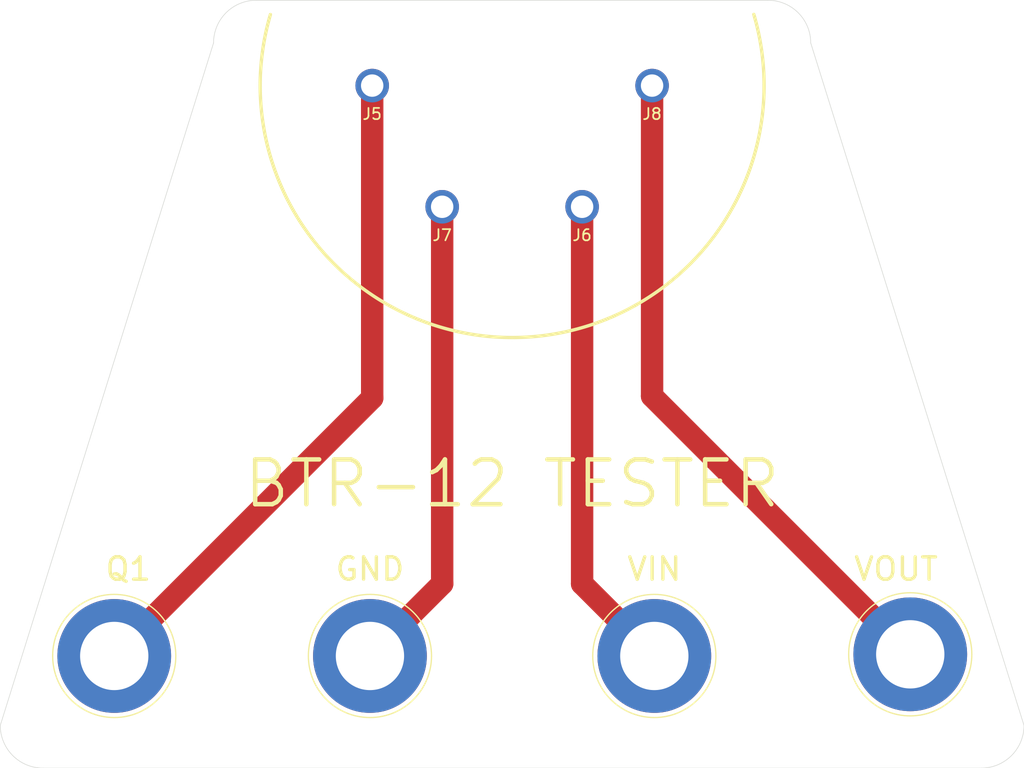
<source format=kicad_pcb>
(kicad_pcb (version 20171130) (host pcbnew "(5.1.12)-1")

  (general
    (thickness 1.6)
    (drawings 10)
    (tracks 8)
    (zones 0)
    (modules 8)
    (nets 5)
  )

  (page A4)
  (layers
    (0 F.Cu signal)
    (31 B.Cu signal)
    (32 B.Adhes user)
    (33 F.Adhes user)
    (34 B.Paste user)
    (35 F.Paste user)
    (36 B.SilkS user)
    (37 F.SilkS user)
    (38 B.Mask user)
    (39 F.Mask user)
    (40 Dwgs.User user)
    (41 Cmts.User user)
    (42 Eco1.User user)
    (43 Eco2.User user)
    (44 Edge.Cuts user)
    (45 Margin user)
    (46 B.CrtYd user)
    (47 F.CrtYd user)
    (48 B.Fab user)
    (49 F.Fab user)
  )

  (setup
    (last_trace_width 0.25)
    (user_trace_width 0.5)
    (user_trace_width 0.8)
    (user_trace_width 1)
    (user_trace_width 2)
    (user_trace_width 3)
    (trace_clearance 0.2)
    (zone_clearance 0.1)
    (zone_45_only no)
    (trace_min 0.2)
    (via_size 0.8)
    (via_drill 0.4)
    (via_min_size 0.4)
    (via_min_drill 0.3)
    (uvia_size 0.3)
    (uvia_drill 0.1)
    (uvias_allowed no)
    (uvia_min_size 0.2)
    (uvia_min_drill 0.1)
    (edge_width 0.05)
    (segment_width 0.2)
    (pcb_text_width 0.3)
    (pcb_text_size 1.5 1.5)
    (mod_edge_width 0.12)
    (mod_text_size 1 1)
    (mod_text_width 0.15)
    (pad_size 3 1.5)
    (pad_drill 0)
    (pad_to_mask_clearance 0.05)
    (aux_axis_origin 0 0)
    (grid_origin 195.56084 95.102312)
    (visible_elements 7FFFFFFF)
    (pcbplotparams
      (layerselection 0x010fc_ffffffff)
      (usegerberextensions false)
      (usegerberattributes true)
      (usegerberadvancedattributes true)
      (creategerberjobfile true)
      (excludeedgelayer true)
      (linewidth 0.100000)
      (plotframeref false)
      (viasonmask false)
      (mode 1)
      (useauxorigin false)
      (hpglpennumber 1)
      (hpglpenspeed 20)
      (hpglpendiameter 15.000000)
      (psnegative false)
      (psa4output false)
      (plotreference true)
      (plotvalue true)
      (plotinvisibletext false)
      (padsonsilk false)
      (subtractmaskfromsilk false)
      (outputformat 1)
      (mirror false)
      (drillshape 0)
      (scaleselection 1)
      (outputdirectory "____PODUKCJA/"))
  )

  (net 0 "")
  (net 1 "Net-(GND1-Pad1)")
  (net 2 "Net-(J5-Pad1)")
  (net 3 "Net-(J6-Pad1)")
  (net 4 "Net-(J8-Pad1)")

  (net_class Default "This is the default net class."
    (clearance 0.2)
    (trace_width 0.25)
    (via_dia 0.8)
    (via_drill 0.4)
    (uvia_dia 0.3)
    (uvia_drill 0.1)
    (add_net "Net-(GND1-Pad1)")
    (add_net "Net-(J5-Pad1)")
    (add_net "Net-(J6-Pad1)")
    (add_net "Net-(J8-Pad1)")
  )

  (net_class 230V ""
    (clearance 0.6)
    (trace_width 0.25)
    (via_dia 0.8)
    (via_drill 0.4)
    (uvia_dia 0.3)
    (uvia_drill 0.1)
  )

  (net_class HV ""
    (clearance 0.2)
    (trace_width 0.25)
    (via_dia 0.8)
    (via_drill 0.4)
    (uvia_dia 0.3)
    (uvia_drill 0.1)
  )

  (module TESTER_BTR_12:conn_BTR_12 (layer F.Cu) (tedit 62024369) (tstamp 62024D2C)
    (at 208.060839 95.102311)
    (path /620255FC)
    (fp_text reference J8 (at 0 2.54) (layer F.SilkS)
      (effects (font (size 1 1) (thickness 0.15)))
    )
    (fp_text value Conn_01x01_Female (at 0 -2.54) (layer F.Fab)
      (effects (font (size 1 1) (thickness 0.15)))
    )
    (pad 1 thru_hole circle (at 0 0) (size 3 3) (drill 2) (layers *.Cu *.Mask)
      (net 4 "Net-(J8-Pad1)") (die_length 1))
  )

  (module TESTER_BTR_12:conn_BTR_12 (layer F.Cu) (tedit 62024369) (tstamp 620245A4)
    (at 189.31084 105.927628)
    (path /62025C70)
    (fp_text reference J7 (at 0 2.54) (layer F.SilkS)
      (effects (font (size 1 1) (thickness 0.15)))
    )
    (fp_text value Conn_01x01_Female (at 0 -2.54) (layer F.Fab)
      (effects (font (size 1 1) (thickness 0.15)))
    )
    (pad 1 thru_hole circle (at 0 0) (size 3 3) (drill 2) (layers *.Cu *.Mask)
      (net 1 "Net-(GND1-Pad1)") (die_length 1))
  )

  (module TESTER_BTR_12:conn_BTR_12 (layer F.Cu) (tedit 62024369) (tstamp 6202459F)
    (at 201.81084 105.92763)
    (path /62026AE3)
    (fp_text reference J6 (at 0 2.54) (layer F.SilkS)
      (effects (font (size 1 1) (thickness 0.15)))
    )
    (fp_text value Conn_01x01_Female (at 0 -2.54) (layer F.Fab)
      (effects (font (size 1 1) (thickness 0.15)))
    )
    (pad 1 thru_hole circle (at 0 0) (size 3 3) (drill 2) (layers *.Cu *.Mask)
      (net 3 "Net-(J6-Pad1)") (die_length 1))
  )

  (module TESTER_BTR_12:conn_BTR_12 (layer F.Cu) (tedit 62024369) (tstamp 6202459A)
    (at 183.06084 95.102312)
    (path /62027584)
    (fp_text reference J5 (at 0 2.54) (layer F.SilkS)
      (effects (font (size 1 1) (thickness 0.15)))
    )
    (fp_text value Conn_01x01_Female (at 0 -2.54) (layer F.Fab)
      (effects (font (size 1 1) (thickness 0.15)))
    )
    (pad 1 thru_hole circle (at 0 0) (size 3 3) (drill 2) (layers *.Cu *.Mask)
      (net 2 "Net-(J5-Pad1)") (die_length 1))
  )

  (module Connector:Banana_Jack_1Pin (layer F.Cu) (tedit 5A1AB217) (tstamp 62024595)
    (at 231.12084 145.902312)
    (descr "Single banana socket, footprint - 6mm drill")
    (tags "banana socket")
    (path /62024C0B)
    (fp_text reference VOUT (at -1.27 -7.62) (layer F.SilkS)
      (effects (font (size 2 2) (thickness 0.3)))
    )
    (fp_text value Conn_01x01_Female (at -0.25 6.5) (layer F.Fab)
      (effects (font (size 1 1) (thickness 0.15)))
    )
    (fp_circle (center 0 0) (end 5.75 0) (layer F.CrtYd) (width 0.05))
    (fp_circle (center 0 0) (end 2 0) (layer F.Fab) (width 0.1))
    (fp_circle (center 0 0) (end 4.85 0.05) (layer F.Fab) (width 0.1))
    (fp_circle (center 0 0) (end 5.5 0) (layer F.SilkS) (width 0.12))
    (fp_text user %R (at 0 0) (layer F.Fab)
      (effects (font (size 0.8 0.8) (thickness 0.12)))
    )
    (pad 1 thru_hole circle (at 0 0) (size 10.16 10.16) (drill 6.1) (layers *.Cu *.Mask)
      (net 4 "Net-(J8-Pad1)"))
    (model ${KISYS3DMOD}/Connector.3dshapes/Banana_Jack_1Pin.wrl
      (at (xyz 0 0 0))
      (scale (xyz 2 2 2))
      (rotate (xyz 0 0 0))
    )
  )

  (module Connector:Banana_Jack_1Pin (layer F.Cu) (tedit 5A1AB217) (tstamp 6202458B)
    (at 182.86084 146.05)
    (descr "Single banana socket, footprint - 6mm drill")
    (tags "banana socket")
    (path /62024483)
    (fp_text reference GND (at 0 -7.767688) (layer F.SilkS)
      (effects (font (size 2 2) (thickness 0.3)))
    )
    (fp_text value Conn_01x01_Female (at -0.25 6.5) (layer F.Fab)
      (effects (font (size 1 1) (thickness 0.15)))
    )
    (fp_circle (center 0 0) (end 5.75 0) (layer F.CrtYd) (width 0.05))
    (fp_circle (center 0 0) (end 2 0) (layer F.Fab) (width 0.1))
    (fp_circle (center 0 0) (end 4.85 0.05) (layer F.Fab) (width 0.1))
    (fp_circle (center 0 0) (end 5.5 0) (layer F.SilkS) (width 0.12))
    (fp_text user %R (at 0 0) (layer F.Fab)
      (effects (font (size 0.8 0.8) (thickness 0.12)))
    )
    (pad 1 thru_hole circle (at 0 0) (size 10.16 10.16) (drill 6.1) (layers *.Cu *.Mask)
      (net 1 "Net-(GND1-Pad1)"))
    (model ${KISYS3DMOD}/Connector.3dshapes/Banana_Jack_1Pin.wrl
      (at (xyz 0 0 0))
      (scale (xyz 2 2 2))
      (rotate (xyz 0 0 0))
    )
  )

  (module Connector:Banana_Jack_1Pin (layer F.Cu) (tedit 5A1AB217) (tstamp 62024581)
    (at 208.26084 146.05)
    (descr "Single banana socket, footprint - 6mm drill")
    (tags "banana socket")
    (path /62023F5C)
    (fp_text reference VIN (at 0 -7.767688) (layer F.SilkS)
      (effects (font (size 2 2) (thickness 0.3)))
    )
    (fp_text value Conn_01x01_Female (at -0.25 6.5) (layer F.Fab)
      (effects (font (size 1 1) (thickness 0.15)))
    )
    (fp_circle (center 0 0) (end 5.75 0) (layer F.CrtYd) (width 0.05))
    (fp_circle (center 0 0) (end 2 0) (layer F.Fab) (width 0.1))
    (fp_circle (center 0 0) (end 4.85 0.05) (layer F.Fab) (width 0.1))
    (fp_circle (center 0 0) (end 5.5 0) (layer F.SilkS) (width 0.12))
    (fp_text user %R (at 0 0) (layer F.Fab)
      (effects (font (size 0.8 0.8) (thickness 0.12)))
    )
    (pad 1 thru_hole circle (at 0 0) (size 10.16 10.16) (drill 6.1) (layers *.Cu *.Mask)
      (net 3 "Net-(J6-Pad1)"))
    (model ${KISYS3DMOD}/Connector.3dshapes/Banana_Jack_1Pin.wrl
      (at (xyz 0 0 0))
      (scale (xyz 2 2 2))
      (rotate (xyz 0 0 0))
    )
  )

  (module Connector:Banana_Jack_1Pin (layer F.Cu) (tedit 5A1AB217) (tstamp 62024577)
    (at 160.02 146.05)
    (descr "Single banana socket, footprint - 6mm drill")
    (tags "banana socket")
    (path /62023B2C)
    (fp_text reference Q1 (at 1.25084 -7.767688) (layer F.SilkS)
      (effects (font (size 2 2) (thickness 0.3)))
    )
    (fp_text value Conn_01x01_Female (at -0.25 6.5) (layer F.Fab)
      (effects (font (size 1 1) (thickness 0.15)))
    )
    (fp_circle (center 0 0) (end 5.75 0) (layer F.CrtYd) (width 0.05))
    (fp_circle (center 0 0) (end 2 0) (layer F.Fab) (width 0.1))
    (fp_circle (center 0 0) (end 4.85 0.05) (layer F.Fab) (width 0.1))
    (fp_circle (center 0 0) (end 5.5 0) (layer F.SilkS) (width 0.12))
    (fp_text user %R (at 0 0) (layer F.Fab)
      (effects (font (size 0.8 0.8) (thickness 0.12)))
    )
    (pad 1 thru_hole circle (at 0 0) (size 10.16 10.16) (drill 6.1) (layers *.Cu *.Mask)
      (net 2 "Net-(J5-Pad1)"))
    (model ${KISYS3DMOD}/Connector.3dshapes/Banana_Jack_1Pin.wrl
      (at (xyz 0 0 0))
      (scale (xyz 2 2 2))
      (rotate (xyz 0 0 0))
    )
  )

  (gr_arc (start 195.56084 95.102312) (end 173.970841 88.752313) (angle -212.8) (layer F.SilkS) (width 0.3))
  (gr_text "BTR-12 TESTER" (at 195.56084 130.662312) (layer F.SilkS)
    (effects (font (size 4 4) (thickness 0.4)))
  )
  (gr_line (start 168.89084 91.292312) (end 149.84084 152.252312) (layer Edge.Cuts) (width 0.05) (tstamp 6202646B))
  (gr_line (start 237.47084 156.062312) (end 153.65084 156.062312) (layer Edge.Cuts) (width 0.05) (tstamp 6202646A))
  (gr_line (start 222.23084 91.292312) (end 241.28084 152.252312) (layer Edge.Cuts) (width 0.05) (tstamp 62026469))
  (gr_line (start 172.70084 87.482312) (end 218.42084 87.482312) (layer Edge.Cuts) (width 0.05) (tstamp 62026468))
  (gr_arc (start 153.65084 152.252312) (end 149.84084 152.252312) (angle -90) (layer Edge.Cuts) (width 0.05))
  (gr_arc (start 172.70084 91.292312) (end 172.70084 87.482312) (angle -90) (layer Edge.Cuts) (width 0.05))
  (gr_arc (start 218.42084 91.292312) (end 222.23084 91.292312) (angle -90) (layer Edge.Cuts) (width 0.05))
  (gr_arc (start 237.47084 152.252312) (end 237.47084 156.062312) (angle -90) (layer Edge.Cuts) (width 0.05))

  (segment (start 183.06084 123.00916) (end 183.06084 95.102312) (width 2) (layer F.Cu) (net 2))
  (segment (start 160.02 146.05) (end 183.06084 123.00916) (width 2) (layer F.Cu) (net 2))
  (segment (start 201.81084 139.6) (end 201.81084 105.92763) (width 2) (layer F.Cu) (net 3))
  (segment (start 208.26084 146.05) (end 201.81084 139.6) (width 2) (layer F.Cu) (net 3))
  (segment (start 189.31084 139.6) (end 189.31084 105.927628) (width 2) (layer F.Cu) (net 1))
  (segment (start 182.86084 146.05) (end 189.31084 139.6) (width 2) (layer F.Cu) (net 1))
  (segment (start 208.060839 122.842311) (end 208.060839 95.102311) (width 2) (layer F.Cu) (net 4))
  (segment (start 231.12084 145.902312) (end 208.060839 122.842311) (width 2) (layer F.Cu) (net 4))

)

</source>
